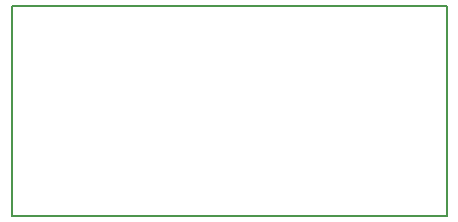
<source format=gbr>
%TF.GenerationSoftware,KiCad,Pcbnew,5.0.1-33cea8e~68~ubuntu16.04.1*%
%TF.CreationDate,2018-12-14T10:51:57+01:00*%
%TF.ProjectId,EVSE-Car-Simulator,455653452D4361722D53696D756C6174,rev?*%
%TF.SameCoordinates,Original*%
%TF.FileFunction,Profile,NP*%
%FSLAX46Y46*%
G04 Gerber Fmt 4.6, Leading zero omitted, Abs format (unit mm)*
G04 Created by KiCad (PCBNEW 5.0.1-33cea8e~68~ubuntu16.04.1) date Fr 14 Dez 2018 10:51:57 CET*
%MOMM*%
%LPD*%
G01*
G04 APERTURE LIST*
%ADD10C,0.150000*%
G04 APERTURE END LIST*
D10*
X124460000Y-93980000D02*
X124460000Y-111760000D01*
X161290000Y-93980000D02*
X124460000Y-93980000D01*
X161290000Y-111760000D02*
X161290000Y-93980000D01*
X124460000Y-111760000D02*
X161290000Y-111760000D01*
M02*

</source>
